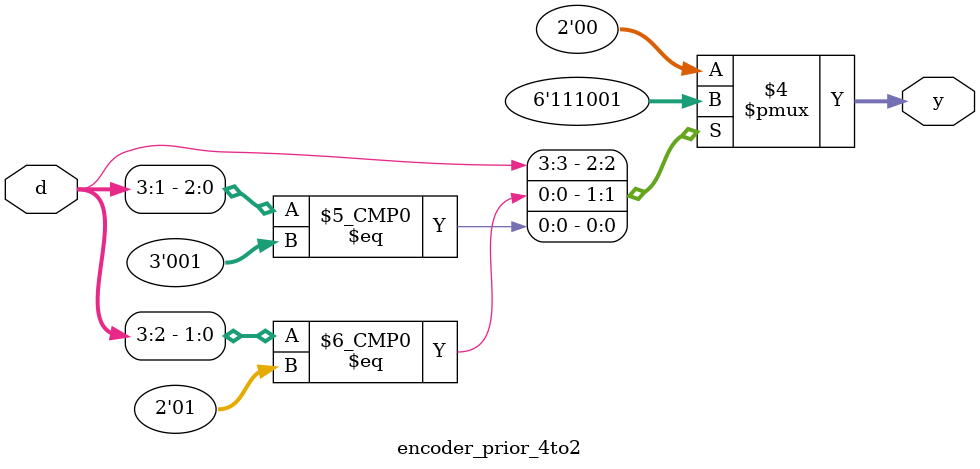
<source format=v>
`timescale 1ns / 1ps


module encoder_prior_4to2(y, d);
input [3:0]d;
output reg [1:0]y;

   always@(*)begin
   casez(d)
      4'b1??? : y = 2'b11;
      4'b01?? : y = 2'b10;
      4'b001? : y = 2'b01;
      4'b0001 : y = 2'b00;
      default : y = 2'b00;
   endcase
   end
endmodule
</source>
